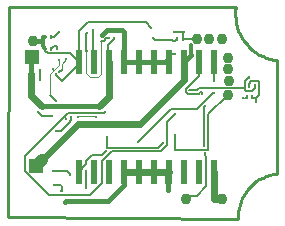
<source format=gbr>
G04 EAGLE Gerber RS-274X export*
G75*
%MOMM*%
%FSLAX34Y34*%
%LPD*%
%INTop Copper*%
%IPPOS*%
%AMOC8*
5,1,8,0,0,1.08239X$1,22.5*%
G01*
%ADD10R,0.601900X2.052400*%
%ADD11R,0.280000X0.430000*%
%ADD12R,0.250000X0.350000*%
%ADD13R,1.153600X1.153600*%
%ADD14C,0.934400*%
%ADD15C,0.152400*%
%ADD16C,0.295000*%
%ADD17C,0.095000*%
%ADD18C,0.300000*%
%ADD19C,0.400000*%
%ADD20C,0.600000*%
%ADD21C,1.000000*%
%ADD22C,0.108125*%
%ADD23C,0.609600*%
%ADD24C,0.254000*%


D10*
X39050Y34664D03*
X51750Y34664D03*
X64450Y34664D03*
X77150Y34664D03*
X89850Y34664D03*
X102550Y34664D03*
X115250Y34664D03*
X127950Y34664D03*
X140650Y34664D03*
X153350Y34664D03*
X153350Y127736D03*
X140650Y127736D03*
X127950Y127736D03*
X115250Y127736D03*
X102550Y127736D03*
X89850Y127736D03*
X77150Y127736D03*
X64450Y127736D03*
X51750Y127736D03*
X39050Y127736D03*
D11*
X127350Y146700D03*
X122250Y146700D03*
X16050Y149000D03*
X10950Y149000D03*
X10950Y138800D03*
X16050Y138800D03*
D12*
X181200Y97400D03*
X186200Y97400D03*
X188200Y106700D03*
X183200Y106700D03*
D13*
X-800Y131700D03*
X3200Y39600D03*
D14*
X165700Y131000D03*
X165300Y99500D03*
X166000Y111100D03*
X139300Y147100D03*
X130100Y11100D03*
X165800Y121100D03*
X149600Y147100D03*
X160100Y147200D03*
X160300Y11600D03*
X200Y145300D03*
D15*
X32161Y32361D02*
X31800Y32000D01*
D16*
X31800Y32000D03*
D15*
X32161Y32361D02*
X29223Y35300D01*
X17700Y35300D01*
D16*
X17700Y35300D03*
D15*
X45152Y43594D02*
X50372Y48815D01*
X58815Y48815D02*
X62000Y52000D01*
X58815Y48815D02*
X50372Y48815D01*
X45152Y40766D02*
X39050Y34664D01*
X45152Y40766D02*
X45152Y43594D01*
D16*
X62000Y52000D03*
D15*
X153350Y127736D02*
X153550Y127536D01*
X153550Y111250D01*
X153550Y102250D02*
X153550Y101450D01*
D16*
X153550Y111250D03*
X153550Y101450D03*
D15*
X138900Y87600D02*
X117400Y87600D01*
X89400Y59600D01*
X138900Y87600D02*
X153550Y102250D01*
D16*
X89400Y59600D03*
X45865Y136535D03*
D15*
X45565Y136835D02*
X45565Y152035D01*
X45565Y136835D02*
X45865Y136535D01*
D16*
X45865Y151735D03*
X64465Y147665D03*
D15*
X62500Y147665D02*
X60200Y145365D01*
X57849Y145365D01*
X62500Y147665D02*
X64465Y147665D01*
D17*
X57849Y117606D02*
X55228Y114985D01*
X48272Y114985D01*
D15*
X45865Y151735D02*
X45565Y152035D01*
D17*
X57849Y145365D02*
X57849Y117606D01*
X48272Y114985D02*
X45485Y117772D01*
X45765Y151735D02*
X45865Y151735D01*
X45765Y151735D02*
X45485Y151456D01*
X45485Y117772D01*
D15*
X10950Y149000D02*
X9322Y149000D01*
X8636Y148314D01*
D18*
X8636Y145214D01*
D15*
X8636Y144800D02*
X8636Y148186D01*
D18*
X8636Y144800D02*
X8636Y141114D01*
D15*
X8636Y148186D02*
X9450Y149000D01*
D18*
X10950Y149000D01*
X8636Y141114D02*
X10950Y138800D01*
D15*
X39050Y127736D02*
X39050Y153266D01*
X46800Y161016D01*
X95816Y161016D01*
X100616Y156216D01*
D16*
X100616Y156216D03*
D15*
X12850Y135100D02*
X10950Y137000D01*
X10950Y138800D01*
X31686Y135100D02*
X39050Y127736D01*
X31686Y135100D02*
X12850Y135100D01*
X39050Y127736D02*
X39050Y125436D01*
X24914Y111300D01*
X19814Y116400D01*
X19814Y117200D01*
D16*
X19814Y117200D03*
D15*
X8636Y144800D02*
X8136Y145300D01*
D19*
X200Y145300D01*
D16*
X51450Y154650D03*
D15*
X50850Y154050D02*
X50850Y128636D01*
X51750Y127736D01*
X50850Y154050D02*
X51450Y154650D01*
X18350Y149000D02*
X16050Y149000D01*
X18350Y149000D02*
X22166Y152816D01*
D16*
X22166Y152816D03*
X45000Y21000D03*
D15*
X45000Y34800D01*
D16*
X45000Y34800D03*
D15*
X21050Y138300D02*
X21050Y141020D01*
X21050Y138300D02*
X20950Y138200D01*
D16*
X20950Y138200D03*
D15*
X21050Y141020D02*
X18270Y141020D01*
X16050Y138800D01*
X143600Y102000D02*
X143600Y100500D01*
D16*
X143600Y100500D03*
D15*
X131531Y100635D02*
X129735Y102431D01*
X129735Y104969D01*
X131531Y100635D02*
X140769Y100635D01*
X142134Y102000D02*
X143600Y102000D01*
X142134Y102000D02*
X140769Y100635D01*
X140650Y115884D02*
X140650Y127736D01*
X140650Y115884D02*
X129735Y104969D01*
X4950Y85400D02*
X4950Y85100D01*
X8450Y81600D01*
X16835Y81600D01*
D16*
X4950Y85400D03*
X16835Y81600D03*
D17*
X28550Y129650D02*
X28000Y130200D01*
D16*
X28000Y130200D03*
D17*
X24600Y125700D02*
X24600Y120600D01*
D15*
X22800Y118800D01*
X22800Y118700D01*
D17*
X24600Y125700D02*
X28550Y129650D01*
D16*
X22800Y118700D03*
D20*
X64450Y127736D02*
X64450Y97832D01*
X56418Y89800D01*
D19*
X7900Y89800D01*
D20*
X-1200Y98900D01*
X-1200Y117514D01*
D15*
X68600Y147000D02*
X69400Y147800D01*
X68600Y147000D02*
X68600Y146600D01*
X63950Y141950D01*
X63950Y127436D01*
X64250Y127736D01*
X64450Y127736D01*
D16*
X69400Y147800D03*
D19*
X-1200Y128900D02*
X-1200Y117514D01*
D15*
X-1200Y128900D02*
X-1200Y131300D01*
X-800Y131700D01*
D20*
X127850Y127636D02*
X127950Y127736D01*
X127850Y127636D02*
X127850Y111850D01*
X38898Y75212D02*
X7786Y44100D01*
X38898Y75212D02*
X91212Y75212D01*
X127850Y111850D01*
D16*
X133900Y141700D03*
D19*
X133800Y133586D02*
X127950Y127736D01*
D15*
X133800Y141600D02*
X133900Y141700D01*
D18*
X133800Y141600D02*
X133800Y133586D01*
D21*
X7786Y44100D02*
X3243Y39557D01*
D15*
X3200Y39600D01*
X120550Y145000D02*
X122250Y146700D01*
X120550Y145000D02*
X119250Y145000D01*
X118350Y145900D01*
X101900Y147600D02*
X101600Y147600D01*
D16*
X101600Y147600D03*
D15*
X103600Y145900D02*
X118350Y145900D01*
X103600Y145900D02*
X101900Y147600D01*
X183200Y108900D02*
X183200Y106700D01*
X183200Y108900D02*
X185300Y111000D01*
X191800Y111000D01*
X186200Y97400D02*
X186357Y97243D01*
X189200Y97243D01*
X191800Y99843D01*
X191800Y111000D01*
X189300Y96100D02*
X189300Y93600D01*
X189300Y96100D02*
X188583Y96817D01*
D16*
X189300Y93600D03*
X114600Y19300D03*
D15*
X113300Y24800D02*
X113300Y32714D01*
D19*
X114600Y23500D02*
X114600Y19300D01*
D15*
X114600Y23500D02*
X113300Y24800D01*
X113300Y32714D02*
X115250Y34664D01*
X127600Y146825D02*
X127600Y152500D01*
X127900Y152800D01*
D16*
X127900Y152800D03*
D19*
X115250Y127736D02*
X102550Y127736D01*
X102253Y127736D01*
X90455Y127736D01*
X89850Y127736D01*
X77150Y127736D01*
D15*
X120200Y152800D02*
X127900Y152800D01*
D16*
X120200Y152800D03*
D15*
X120650Y134450D02*
X117950Y134450D01*
X115000Y131500D01*
D16*
X120650Y134450D03*
D15*
X115000Y127986D02*
X115250Y127736D01*
X115000Y127986D02*
X115000Y131500D01*
D16*
X58931Y150629D03*
D19*
X75600Y154629D02*
X77150Y153079D01*
X75600Y154629D02*
X63031Y154629D01*
X58981Y150579D01*
D15*
X58931Y150629D01*
D19*
X77150Y153079D02*
X77150Y127736D01*
D16*
X53900Y80500D03*
D17*
X53700Y80500D01*
X52900Y81300D01*
X39000Y81300D01*
X38300Y80600D01*
D16*
X38300Y80600D03*
D20*
X102550Y34664D02*
X115250Y34664D01*
X102550Y34664D02*
X102253Y34664D01*
X90455Y34664D01*
X89850Y34664D01*
X77150Y34664D01*
D15*
X102550Y127736D02*
X111236Y127736D01*
X115000Y131500D01*
X77150Y34664D02*
X77250Y34564D01*
D19*
X77250Y23641D01*
X63510Y9900D01*
X28100Y9900D01*
X27500Y9300D01*
X27200Y9300D01*
D16*
X27200Y9300D03*
D15*
X24900Y18300D02*
X24900Y22100D01*
X24400Y18200D02*
X24600Y18000D01*
X24900Y18300D01*
X24900Y22100D02*
X23300Y23700D01*
X18300Y23700D01*
D16*
X24400Y18200D03*
X18300Y23700D03*
D15*
X32200Y80200D02*
X32600Y80600D01*
X32200Y80200D02*
X32200Y78400D01*
X31800Y78000D01*
X31800Y76700D01*
D16*
X32600Y80600D03*
D15*
X24300Y69200D02*
X20000Y69200D01*
X19900Y69300D01*
X24300Y69200D02*
X31800Y76700D01*
D16*
X19900Y69300D03*
D17*
X17200Y119800D02*
X17200Y121900D01*
X17300Y119900D02*
X17300Y119800D01*
X17200Y119800D02*
X14900Y117500D01*
X17200Y119800D02*
X17300Y119900D01*
X14900Y117500D02*
X14900Y99100D01*
D15*
X19600Y94400D01*
D16*
X17200Y121900D03*
X19600Y94400D03*
D17*
X17300Y119800D02*
X22100Y124600D01*
X22100Y128600D02*
X22300Y128800D01*
X22100Y128600D02*
X22100Y124600D01*
D16*
X22300Y128800D03*
D22*
X188775Y97009D02*
X189200Y97243D01*
X188775Y97009D02*
X188583Y96817D01*
X102253Y34664D02*
X102253Y34084D01*
X102550Y34664D01*
X90455Y35395D02*
X89850Y34664D01*
X90455Y34664D02*
X90455Y35395D01*
X89850Y127736D02*
X90455Y128472D01*
X90455Y127736D01*
X102253Y128472D02*
X102550Y127736D01*
X102253Y127736D02*
X102253Y128472D01*
D15*
X138900Y146700D02*
X139300Y147100D01*
X138900Y146700D02*
X127350Y146700D01*
D22*
X127161Y146825D01*
X127600Y146825D01*
D15*
X63100Y63900D02*
X63100Y54900D01*
D16*
X63100Y63900D03*
D15*
X63100Y54900D02*
X106400Y54900D01*
X110100Y58600D01*
D16*
X110100Y58600D03*
D15*
X177850Y97300D02*
X178164Y96986D01*
D16*
X177850Y97300D03*
D22*
X181200Y97400D02*
X181372Y97584D01*
X178164Y96986D01*
D15*
X188200Y105343D02*
X188200Y106700D01*
X188200Y105343D02*
X185418Y102561D01*
X180945Y102561D01*
X179935Y103571D01*
X179935Y105271D02*
X141071Y105271D01*
X139500Y103700D02*
X132800Y103700D01*
X139500Y103700D02*
X141071Y105271D01*
D16*
X183200Y115100D03*
D15*
X183200Y114400D01*
X183200Y114100D01*
X179935Y105271D02*
X179935Y103571D01*
X179935Y105271D02*
X179935Y111135D01*
X183200Y114400D01*
X6200Y120600D02*
X6100Y120700D01*
X6200Y120600D02*
X6200Y112000D01*
D16*
X6100Y120700D03*
X6200Y112000D03*
D17*
X60800Y85000D02*
X61500Y85000D01*
X60800Y85000D02*
X60000Y84200D01*
X29500Y84200D01*
X27800Y82500D01*
X27800Y79200D01*
X28100Y78900D01*
D16*
X28100Y78900D03*
X61500Y85000D03*
X120550Y83250D03*
D15*
X113565Y56931D02*
X108469Y51835D01*
X67093Y51835D01*
X58549Y43291D01*
X58549Y24934D01*
X113565Y56931D02*
X113565Y76265D01*
X58549Y24934D02*
X48550Y14935D01*
X-6417Y35404D02*
X-6417Y47912D01*
X29949Y84278D01*
X60778Y84278D01*
X61500Y85000D01*
X48550Y14935D02*
X14052Y14935D01*
X-6417Y35404D01*
X113565Y76265D02*
X120550Y83250D01*
D23*
X153350Y34664D02*
X153400Y34614D01*
X153400Y11600D01*
D20*
X160300Y11600D01*
D15*
X149000Y83200D02*
X165300Y99500D01*
X149000Y83200D02*
X149000Y53200D01*
X120500Y53200D01*
X120500Y65654D01*
D16*
X120500Y65654D03*
X145850Y89950D03*
D15*
X145550Y89650D01*
X145550Y56450D02*
X145600Y56400D01*
X145550Y56450D02*
X145550Y89650D01*
X145900Y48800D02*
X147300Y47400D01*
X145900Y48800D02*
X145900Y50200D01*
D16*
X145600Y56400D03*
X145900Y50200D03*
D15*
X147300Y47400D02*
X147300Y22300D01*
X138900Y13900D02*
X132900Y13900D01*
X130100Y11100D01*
X138900Y13900D02*
X147300Y22300D01*
D24*
X-20500Y-4100D02*
X174301Y-5600D01*
X174199Y-2764D01*
X174347Y345D01*
X174765Y3429D01*
X175450Y6465D01*
X176397Y9429D01*
X177599Y12300D01*
X179047Y15055D01*
X180729Y17673D01*
X182633Y20135D01*
X184744Y22422D01*
X187047Y24515D01*
X189523Y26401D01*
X192154Y28063D01*
X194920Y29489D01*
X197800Y30669D01*
X200772Y31594D01*
X203813Y32256D01*
X206900Y32650D01*
X206900Y33850D01*
X206700Y129050D01*
X204200Y129350D01*
X201160Y129992D01*
X197898Y130972D01*
X194733Y132232D01*
X191689Y133764D01*
X188791Y135555D01*
X186060Y137591D01*
X183517Y139858D01*
X181181Y142338D01*
X179070Y145012D01*
X177201Y147860D01*
X175586Y150860D01*
X174239Y153989D01*
X173170Y157223D01*
X172387Y160539D01*
X171896Y163910D01*
X171701Y167311D01*
X171803Y170717D01*
X172201Y174100D01*
X-20100Y174100D01*
X-20500Y-4100D01*
M02*

</source>
